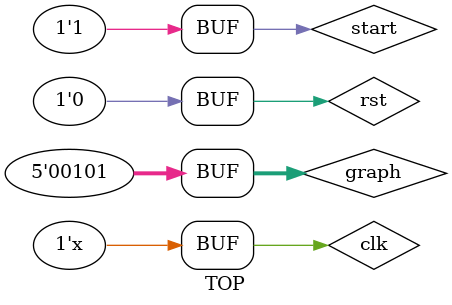
<source format=sv>
`timescale 1ns / 1ps
`define OUTPUT_NODE 10
`define DATA_SIZE 8

module TOP (

);
    logic clk;
    logic rst;
    logic start;
    logic [4:0] graph;
    logic [`DATA_SIZE*`OUTPUT_NODE-1:0] result;
    logic lenet_finish;  
    logic [7:0] an;
    logic [7:0] a_to_g;
    logic c1_finish;
    logic c2_finish;
    logic c3_finish;
    logic f4_finish;
    logic [2:0] led_rgb;
    logic f5_finish;


    tops test(
        .sys_clk(clk),
        .sys_rst_n(~rst),
        .start(start),
        .graph(graph),
        .an(an),
        .a_to_g(a_to_g),
        .lenet_finish(lenet_finish),
        .c1_finish(c1_finish),
        .c2_finish(c2_finish),
        .c3_finish(c3_finish),
        .f4_finish(f4_finish),
        .f5_finish(f5_finish),
        .led_rgb(led_rgb)
    );

    initial begin
        rst = 1;
        start = 0;
        graph = 0;
        #100;
        rst = 0;
        start = 1;
        #10000000;
        rst = 1;
        start = 0;
        #100;
        rst = 0;
        start = 1;
        graph = 1;
        #10000000;
        rst = 1;
        start = 0;
        #100;
        rst = 0;
        start = 1;
        graph = 2;
        #10000000;
        rst = 1;
        start = 0;
        #100;
        rst = 0;
        start = 1;
        graph = 3;
        #10000000;
        rst = 1;
        start = 0;
        #100;
        rst = 0;
        start = 1;
        graph = 4;
        #10000000;
        rst = 1;
        start = 0;
        #100;
        rst = 0;
        start = 1;
        graph = 5;
    end

    always #1 clk = ~clk;

endmodule
</source>
